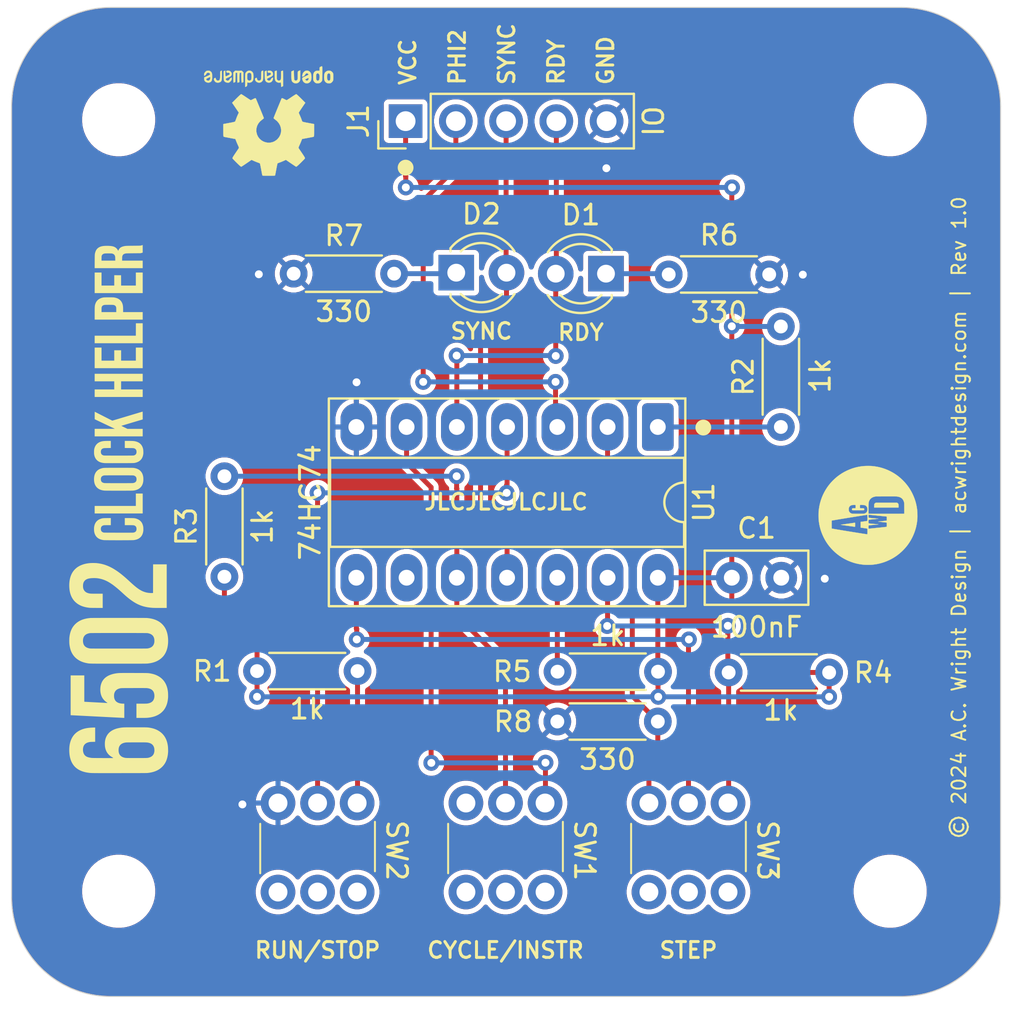
<source format=kicad_pcb>
(kicad_pcb (version 20241229) (generator "pcbnew") (generator_version "9.0")
  (title_block (title "6502 Clock Helper") (date "2025-11-16") (rev "1.0") (company "A.C. Wright Design"))
  (layers (0 "F.Cu" signal "Top") (2 "B.Cu" signal "Bottom") (13 "F.Paste" user) (15 "B.Paste" user) (5 "F.SilkS" user "F.Silkscreen") (7 "B.SilkS" user "B.Silkscreen") (1 "F.Mask" user) (3 "B.Mask" user) (25 "Edge.Cuts" user))
  (net 0 "")
  (net 1 "GND")
  (net 2 "VCC")
  (net 3 "RDY")
  (net 4 "Net-(D1-K)")
  (net 5 "SYNC")
  (net 6 "Net-(D2-K)")
  (net 7 "PHI2")
  (net 8 "Net-(SW2A-A)")
  (net 9 "Net-(U1A-~{R})")
  (net 10 "Net-(SW1A-B)")
  (net 11 "Net-(SW3A-A)")
  (net 12 "Net-(U1B-D)")
  (net 13 "Net-(SW3A-C)")
  (net 14 "Net-(SW1A-A)")
  (net 21 "Net-(SW2A-B)")
  (net 26 "Net-(SW3A-B)")
  (footprint "MountingHole:MountingHole_3.2mm_M3" (layer "F.Cu") (at 154.222 81.3)
    (property "Reference" "H2" (hide yes))
    (property "Value" "MountingHole" (hide yes))
    (pad "" np_thru_hole circle (at 0 0) (size 3.2 3.2) (drill 3.2) (layers "*.Cu" "*.Mask"))
  )
  (footprint "Resistor_THT:R_Axial_DIN0204_L3.6mm_D1.6mm_P5.08mm_Horizontal" (layer "F.Cu") (at 122.2161 109.1706)
    (property "Reference" "R1" (at -2.27 0.01 0) (layer "F.SilkS"))
    (property "Value" "1k" (at 2.54 1.92 0) (layer "F.SilkS"))
    (pad "1" thru_hole circle (at 0 0) (size 1.4 1.4) (drill 0.7) (layers "*.Cu" "*.Mask") (net 2 "VCC"))
    (pad "2" thru_hole circle (at 5.08 0) (size 1.4 1.4) (drill 0.7) (layers "*.Cu" "*.Mask") (net 8 "Net-(SW2A-A)"))
  )
  (footprint "6502 Parts:XKB5858" (layer "F.Cu") (at 134.7761 118.0906 -90)
    (property "Reference" "SW1" (at 0.15 -4 270) (layer "F.SilkS"))
    (property "Value" "CYCLE/INSTR" (at 5.19 0 0) (layer "F.SilkS") (effects (font (size 0.8 0.8))))
    (pad "1" thru_hole circle (at -2.25 -2 270) (size 1.75 1.75) (drill 0.9525) (layers "*.Cu" "*.Mask") (net 14 "Net-(SW1A-A)"))
    (pad "2" thru_hole circle (at -2.25 0 270) (size 1.75 1.75) (drill 0.9525) (layers "*.Cu" "*.Mask") (net 10 "Net-(SW1A-B)"))
    (pad "3" thru_hole circle (at -2.25 2 270) (size 1.75 1.75) (drill 0.9525) (layers "*.Cu" "*.Mask"))
    (pad "4" thru_hole circle (at 2.25 -2 270) (size 1.75 1.75) (drill 0.9525) (layers "*.Cu" "*.Mask"))
    (pad "5" thru_hole circle (at 2.25 0 270) (size 1.75 1.75) (drill 0.9525) (layers "*.Cu" "*.Mask"))
    (pad "6" thru_hole circle (at 2.25 2 270) (size 1.75 1.75) (drill 0.9525) (layers "*.Cu" "*.Mask"))
  )
  (footprint "6502 Parts:XKB5858" (layer "F.Cu") (at 144.0261 118.0906 -90)
    (property "Reference" "SW3" (at 0.15 -4 270) (layer "F.SilkS"))
    (property "Value" "STEP" (at 5.19 0 0) (layer "F.SilkS") (effects (font (size 0.8 0.8))))
    (pad "1" thru_hole circle (at -2.25 -2 270) (size 1.75 1.75) (drill 0.9525) (layers "*.Cu" "*.Mask") (net 11 "Net-(SW3A-A)"))
    (pad "2" thru_hole circle (at -2.25 0 270) (size 1.75 1.75) (drill 0.9525) (layers "*.Cu" "*.Mask") (net 26 "Net-(SW3A-B)"))
    (pad "3" thru_hole circle (at -2.25 2 270) (size 1.75 1.75) (drill 0.9525) (layers "*.Cu" "*.Mask") (net 13 "Net-(SW3A-C)"))
    (pad "4" thru_hole circle (at 2.25 -2 270) (size 1.75 1.75) (drill 0.9525) (layers "*.Cu" "*.Mask"))
    (pad "5" thru_hole circle (at 2.25 0 270) (size 1.75 1.75) (drill 0.9525) (layers "*.Cu" "*.Mask"))
    (pad "6" thru_hole circle (at 2.25 2 270) (size 1.75 1.75) (drill 0.9525) (layers "*.Cu" "*.Mask"))
  )
  (footprint "MountingHole:MountingHole_3.2mm_M3" (layer "F.Cu") (at 115.222 81.3)
    (property "Reference" "H1" (hide yes))
    (property "Value" "MountingHole" (hide yes))
    (pad "" np_thru_hole circle (at 0 0) (size 3.2 3.2) (drill 3.2) (layers "*.Cu" "*.Mask"))
  )
  (footprint "LED_THT:LED_D3.0mm" (layer "F.Cu") (at 132.2861 89.0306)
    (property "Reference" "D2" (at 1.27 -2.96 0) (layer "F.SilkS"))
    (property "Value" "SYNC" (at 1.27 2.96 0) (layer "F.SilkS") (effects (font (size 0.8 0.8))))
    (pad "1" thru_hole rect (at 0 0) (size 1.8 1.8) (drill 0.9) (layers "*.Cu" "*.Mask") (net 6 "Net-(D2-K)"))
    (pad "2" thru_hole circle (at 2.54 0) (size 1.8 1.8) (drill 0.9) (layers "*.Cu" "*.Mask") (net 5 "SYNC"))
  )
  (footprint "6502 Logos:6502 Clock Helper 5mm" (layer "F.Cu") (at 115.221918 93.092424 90)
    (property "Reference" "G***" (hide yes))
    (property "Value" "LOGO" (hide yes))
  )
  (footprint "6502 Parts:XKB5858" (layer "F.Cu") (at 125.2761 118.0906 -90)
    (property "Reference" "SW2" (at 0.15 -4 270) (layer "F.SilkS"))
    (property "Value" "RUN/STOP" (at 5.19 0 0) (layer "F.SilkS") (effects (font (size 0.8 0.8))))
    (pad "1" thru_hole circle (at -2.25 -2 270) (size 1.75 1.75) (drill 0.9525) (layers "*.Cu" "*.Mask") (net 8 "Net-(SW2A-A)"))
    (pad "2" thru_hole circle (at -2.25 0 270) (size 1.75 1.75) (drill 0.9525) (layers "*.Cu" "*.Mask") (net 21 "Net-(SW2A-B)"))
    (pad "3" thru_hole circle (at -2.25 2 270) (size 1.75 1.75) (drill 0.9525) (layers "*.Cu" "*.Mask") (net 1 "GND"))
    (pad "4" thru_hole circle (at 2.25 -2 270) (size 1.75 1.75) (drill 0.9525) (layers "*.Cu" "*.Mask"))
    (pad "5" thru_hole circle (at 2.25 0 270) (size 1.75 1.75) (drill 0.9525) (layers "*.Cu" "*.Mask"))
    (pad "6" thru_hole circle (at 2.25 2 270) (size 1.75 1.75) (drill 0.9525) (layers "*.Cu" "*.Mask"))
  )
  (footprint "Resistor_THT:R_Axial_DIN0204_L3.6mm_D1.6mm_P5.08mm_Horizontal" (layer "F.Cu") (at 142.4861 109.2006 180)
    (property "Reference" "R5" (at 7.37 0 0) (layer "F.SilkS"))
    (property "Value" "1k" (at 2.54 1.82 0) (layer "F.SilkS"))
    (pad "1" thru_hole circle (at 0 0 180) (size 1.4 1.4) (drill 0.7) (layers "*.Cu" "*.Mask") (net 2 "VCC"))
    (pad "2" thru_hole circle (at 5.08 0 180) (size 1.4 1.4) (drill 0.7) (layers "*.Cu" "*.Mask") (net 12 "Net-(U1B-D)"))
  )
  (footprint "Resistor_THT:R_Axial_DIN0204_L3.6mm_D1.6mm_P5.08mm_Horizontal" (layer "F.Cu") (at 148.6961 91.7506 -90)
    (property "Reference" "R2" (at 2.54 1.9 90) (layer "F.SilkS"))
    (property "Value" "1k" (at 2.48 -1.99 90) (layer "F.SilkS"))
    (pad "1" thru_hole circle (at 0 0 270) (size 1.4 1.4) (drill 0.7) (layers "*.Cu" "*.Mask") (net 2 "VCC"))
    (pad "2" thru_hole circle (at 5.08 0 270) (size 1.4 1.4) (drill 0.7) (layers "*.Cu" "*.Mask") (net 9 "Net-(U1A-~{R})"))
  )
  (footprint "Capacitor_THT:C_Disc_D5.0mm_W2.5mm_P2.50mm" (layer "F.Cu") (at 146.2161 104.4506)
    (property "Reference" "C1" (at 1.25 -2.5 0) (layer "F.SilkS"))
    (property "Value" "100nF" (at 1.25 2.5 0) (layer "F.SilkS"))
    (pad "1" thru_hole circle (at 0 0) (size 1.6 1.6) (drill 0.8) (layers "*.Cu" "*.Mask") (net 2 "VCC"))
    (pad "2" thru_hole circle (at 2.5 0) (size 1.6 1.6) (drill 0.8) (layers "*.Cu" "*.Mask") (net 1 "GND"))
  )
  (footprint "Package_DIP:DIP-14_W7.62mm_Socket_LongPads" (layer "F.Cu") (at 142.4761 96.8306 -90)
    (property "Reference" "U1" (at 3.81 -2.33 270) (layer "F.SilkS"))
    (property "Value" "74HC74" (at 3.81 17.57 270) (layer "F.SilkS"))
    (pad "1" thru_hole roundrect (at 0 0 270) (size 2.4 1.6) (drill 0.8) (layers "*.Cu" "*.Mask") (roundrect_rratio 0.15625) (net 9 "Net-(U1A-~{R})"))
    (pad "2" thru_hole oval (at 0 2.54 270) (size 2.4 1.6) (drill 0.8) (layers "*.Cu" "*.Mask") (net 13 "Net-(SW3A-C)"))
    (pad "3" thru_hole oval (at 0 5.08 270) (size 2.4 1.6) (drill 0.8) (layers "*.Cu" "*.Mask") (net 7 "PHI2"))
    (pad "4" thru_hole oval (at 0 7.62 270) (size 2.4 1.6) (drill 0.8) (layers "*.Cu" "*.Mask") (net 21 "Net-(SW2A-B)"))
    (pad "5" thru_hole oval (at 0 10.16 270) (size 2.4 1.6) (drill 0.8) (layers "*.Cu" "*.Mask") (net 3 "RDY"))
    (pad "6" thru_hole oval (at 0 12.7 270) (size 2.4 1.6) (drill 0.8) (layers "*.Cu" "*.Mask") (net 14 "Net-(SW1A-A)"))
    (pad "7" thru_hole oval (at 0 15.24 270) (size 2.4 1.6) (drill 0.8) (layers "*.Cu" "*.Mask") (net 1 "GND"))
    (pad "8" thru_hole oval (at 7.62 15.24 270) (size 2.4 1.6) (drill 0.8) (layers "*.Cu" "*.Mask") (net 26 "Net-(SW3A-B)"))
    (pad "9" thru_hole oval (at 7.62 12.7 270) (size 2.4 1.6) (drill 0.8) (layers "*.Cu" "*.Mask"))
    (pad "10" thru_hole oval (at 7.62 10.16 270) (size 2.4 1.6) (drill 0.8) (layers "*.Cu" "*.Mask") (net 10 "Net-(SW1A-B)"))
    (pad "11" thru_hole oval (at 7.62 7.62 270) (size 2.4 1.6) (drill 0.8) (layers "*.Cu" "*.Mask") (net 5 "SYNC"))
    (pad "12" thru_hole oval (at 7.62 5.08 270) (size 2.4 1.6) (drill 0.8) (layers "*.Cu" "*.Mask") (net 12 "Net-(U1B-D)"))
    (pad "13" thru_hole oval (at 7.62 2.54 270) (size 2.4 1.6) (drill 0.8) (layers "*.Cu" "*.Mask") (net 11 "Net-(SW3A-A)"))
    (pad "14" thru_hole oval (at 7.62 0 270) (size 2.4 1.6) (drill 0.8) (layers "*.Cu" "*.Mask") (net 2 "VCC"))
  )
  (footprint "Symbol:OSHW-Logo2_7.3x6mm_SilkScreen" (layer "F.Cu") (at 122.8061 81.3706 180)
    (property "Reference" "REF**" (hide yes))
    (property "Value" "OSHW-Logo2_7.3x6mm_SilkScreen" (hide yes))
  )
  (footprint "Resistor_THT:R_Axial_DIN0204_L3.6mm_D1.6mm_P5.08mm_Horizontal" (layer "F.Cu") (at 137.3961 111.7206)
    (property "Reference" "R8" (at -2.24 0.01 0) (layer "F.SilkS"))
    (property "Value" "330" (at 2.54 1.92 0) (layer "F.SilkS"))
    (pad "1" thru_hole circle (at 0 0) (size 1.4 1.4) (drill 0.7) (layers "*.Cu" "*.Mask") (net 1 "GND"))
    (pad "2" thru_hole circle (at 5.08 0) (size 1.4 1.4) (drill 0.7) (layers "*.Cu" "*.Mask") (net 13 "Net-(SW3A-C)"))
  )
  (footprint "MountingHole:MountingHole_3.2mm_M3" (layer "F.Cu") (at 154.222 120.3)
    (property "Reference" "H4" (hide yes))
    (property "Value" "MountingHole" (hide yes))
    (pad "" np_thru_hole circle (at 0 0) (size 3.2 3.2) (drill 3.2) (layers "*.Cu" "*.Mask"))
  )
  (footprint "Resistor_THT:R_Axial_DIN0204_L3.6mm_D1.6mm_P5.08mm_Horizontal" (layer "F.Cu") (at 120.5661 104.4006 90)
    (property "Reference" "R3" (at 2.54 -1.92 90) (layer "F.SilkS"))
    (property "Value" "1k" (at 2.54 1.92 90) (layer "F.SilkS"))
    (pad "1" thru_hole circle (at 0 0 90) (size 1.4 1.4) (drill 0.7) (layers "*.Cu" "*.Mask") (net 2 "VCC"))
    (pad "2" thru_hole circle (at 5.08 0 90) (size 1.4 1.4) (drill 0.7) (layers "*.Cu" "*.Mask") (net 10 "Net-(SW1A-B)"))
  )
  (footprint "Connector_PinHeader_2.54mm:PinHeader_1x05_P2.54mm_Vertical" (layer "F.Cu") (at 129.7261 81.3706 90)
    (property "Reference" "J1" (at 0 -2.38 90) (layer "F.SilkS"))
    (property "Value" "IO" (at 0 12.54 90) (layer "F.SilkS"))
    (pad "1" thru_hole rect (at 0 0 90) (size 1.7 1.7) (drill 1) (layers "*.Cu" "*.Mask") (net 2 "VCC"))
    (pad "2" thru_hole circle (at 0 2.54 90) (size 1.7 1.7) (drill 1) (layers "*.Cu" "*.Mask") (net 7 "PHI2"))
    (pad "3" thru_hole circle (at 0 5.08 90) (size 1.7 1.7) (drill 1) (layers "*.Cu" "*.Mask") (net 5 "SYNC"))
    (pad "4" thru_hole circle (at 0 7.62 90) (size 1.7 1.7) (drill 1) (layers "*.Cu" "*.Mask") (net 3 "RDY"))
    (pad "5" thru_hole circle (at 0 10.16 90) (size 1.7 1.7) (drill 1) (layers "*.Cu" "*.Mask") (net 1 "GND"))
  )
  (footprint "A.C. Wright Logo:A.C. Wright Logo 5mm" (layer "F.Cu") (at 153.1 101.3 90)
    (property "Reference" "G***" (hide yes))
    (property "Value" "LOGO" (hide yes))
  )
  (footprint "MountingHole:MountingHole_3.2mm_M3" (layer "F.Cu") (at 115.222 120.3)
    (property "Reference" "H3" (hide yes))
    (property "Value" "MountingHole" (hide yes))
    (pad "" np_thru_hole circle (at 0 0) (size 3.2 3.2) (drill 3.2) (layers "*.Cu" "*.Mask"))
  )
  (footprint "Resistor_THT:R_Axial_DIN0204_L3.6mm_D1.6mm_P5.08mm_Horizontal" (layer "F.Cu") (at 124.0661 89.0806)
    (property "Reference" "R7" (at 2.54 -1.92 0) (layer "F.SilkS"))
    (property "Value" "330" (at 2.54 1.92 0) (layer "F.SilkS"))
    (pad "1" thru_hole circle (at 0 0) (size 1.4 1.4) (drill 0.7) (layers "*.Cu" "*.Mask") (net 1 "GND"))
    (pad "2" thru_hole circle (at 5.08 0) (size 1.4 1.4) (drill 0.7) (layers "*.Cu" "*.Mask") (net 6 "Net-(D2-K)"))
  )
  (footprint "Resistor_THT:R_Axial_DIN0204_L3.6mm_D1.6mm_P5.08mm_Horizontal" (layer "F.Cu") (at 148.1061 89.1206 180)
    (property "Reference" "R6" (at 2.53 1.99 0) (layer "F.SilkS"))
    (property "Value" "330" (at 2.54 -1.92 0) (layer "F.SilkS"))
    (pad "1" thru_hole circle (at 0 0 180) (size 1.4 1.4) (drill 0.7) (layers "*.Cu" "*.Mask") (net 1 "GND"))
    (pad "2" thru_hole circle (at 5.08 0 180) (size 1.4 1.4) (drill 0.7) (layers "*.Cu" "*.Mask") (net 4 "Net-(D1-K)"))
  )
  (footprint "LED_THT:LED_D3.0mm" (layer "F.Cu") (at 139.8561 89.0806 180)
    (property "Reference" "D1" (at 1.27 2.97 0) (layer "F.SilkS"))
    (property "Value" "RDY" (at 1.27 -2.97 0) (layer "F.SilkS") (effects (font (size 0.8 0.8))))
    (pad "1" thru_hole rect (at 0 0 180) (size 1.8 1.8) (drill 0.9) (layers "*.Cu" "*.Mask") (net 4 "Net-(D1-K)"))
    (pad "2" thru_hole circle (at 2.54 0 180) (size 1.8 1.8) (drill 0.9) (layers "*.Cu" "*.Mask") (net 3 "RDY"))
  )
  (footprint "Resistor_THT:R_Axial_DIN0204_L3.6mm_D1.6mm_P5.08mm_Horizontal" (layer "F.Cu") (at 151.1361 109.2406 180)
    (property "Reference" "R4" (at -2.22 -0.01 0) (layer "F.SilkS"))
    (property "Value" "1k" (at 2.44 -1.91 0) (layer "F.SilkS"))
    (pad "1" thru_hole circle (at 0 0 180) (size 1.4 1.4) (drill 0.7) (layers "*.Cu" "*.Mask") (net 2 "VCC"))
    (pad "2" thru_hole circle (at 5.08 0 180) (size 1.4 1.4) (drill 0.7) (layers "*.Cu" "*.Mask") (net 11 "Net-(SW3A-A)"))
  )
  (gr_circle (center 129.7261 83.7206) (end 129.9261 83.7206) (stroke (width 0.4)) (fill no) (layer "F.SilkS"))
  (gr_circle (center 144.7761 96.8606) (end 144.9761 96.8606) (stroke (width 0.4)) (fill no) (layer "F.SilkS"))
  (gr_arc (start 114.8061 125.6206) (mid 111.270566 124.156134) (end 109.8061 120.6206) (stroke (width 0.05)) (layer "Edge.Cuts"))
  (gr_line (start 159.8061 120.6206) (end 159.8061 80.6206) (stroke (width 0.05)) (layer "Edge.Cuts"))
  (gr_line (start 114.8061 125.6206) (end 154.8061 125.6206) (stroke (width 0.05)) (layer "Edge.Cuts"))
  (gr_line (start 109.8061 80.6206) (end 109.8061 120.6206) (stroke (width 0.05)) (layer "Edge.Cuts"))
  (gr_arc (start 109.8061 80.6206) (mid 111.270566 77.085066) (end 114.8061 75.6206) (stroke (width 0.05)) (layer "Edge.Cuts"))
  (gr_line (start 154.8061 75.6206) (end 114.8061 75.6206) (stroke (width 0.05)) (layer "Edge.Cuts"))
  (gr_arc (start 154.8061 75.6206) (mid 158.341634 77.085066) (end 159.8061 80.6206) (stroke (width 0.05)) (layer "Edge.Cuts"))
  (gr_arc (start 159.8061 120.6206) (mid 158.341634 124.156134) (end 154.8061 125.6206) (stroke (width 0.05)) (layer "Edge.Cuts"))
  (gr_text "SYNC" (at 135.3061 79.6206 90) (layer "F.SilkS") (effects (font (size 0.8 0.8) (thickness 0.15) (bold yes)) (justify left bottom)))
  (gr_text "VCC" (at 130.3061 79.6206 90) (layer "F.SilkS") (effects (font (size 0.8 0.8) (thickness 0.15) (bold yes)) (justify left bottom)))
  (gr_text "JLCJLCJLCJLC" (at 134.8061 100.6206 0) (layer "F.SilkS") (effects (font (size 0.8 0.8))))
  (gr_text "© 2024 A.C. Wright Design | acwrightdesign.com | Rev 1.0" (at 157.7 101.41 90) (layer "F.SilkS") (effects (font (size 0.7 0.7) (thickness 0.1))))
  (gr_text "RDY" (at 137.8061 79.6206 90) (layer "F.SilkS") (effects (font (size 0.8 0.8) (thickness 0.15) (bold yes)) (justify left bottom)))
  (gr_text "PHI2" (at 132.8061 79.6206 90) (layer "F.SilkS") (effects (font (size 0.8 0.8) (thickness 0.15) (bold yes)) (justify left bottom)))
  (gr_text "GND" (at 140.3061 79.6206 90) (layer "F.SilkS") (effects (font (size 0.8 0.8) (thickness 0.15) (bold yes)) (justify left bottom)))
  (via (at 121.4761 115.9106) (size 0.8) (drill 0.4) (layers "F.Cu" "B.Cu") (net 1))
  (via (at 127.2461 94.5706) (size 0.8) (drill 0.4) (layers "F.Cu" "B.Cu") (net 1))
  (via (at 139.8761 83.7506) (size 0.8) (drill 0.4) (layers "F.Cu" "B.Cu") (net 1))
  (via (at 149.8061 89.1306) (size 0.8) (drill 0.4) (layers "F.Cu" "B.Cu") (net 1))
  (via (at 122.3061 89.1106) (size 0.8) (drill 0.4) (layers "F.Cu" "B.Cu") (net 1))
  (via (at 150.9161 104.5006) (size 0.8) (drill 0.4) (layers "F.Cu" "B.Cu") (net 1))
  (segment (start 129.7361 84.7206) (end 129.7361 84.1606) (width 0.25) (layer "F.Cu") (net 2))
  (segment (start 142.4761 104.4506) (end 142.4761 109.1906) (width 0.25) (layer "F.Cu") (net 2))
  (segment (start 122.2161 109.1706) (end 122.2161 110.4706) (width 0.25) (layer "F.Cu") (net 2))
  (segment (start 149.5961 109.2406) (end 151.1361 109.2406) (width 0.25) (layer "F.Cu") (net 2))
  (segment (start 149.5861 109.2506) (end 149.5961 109.2406) (width 0.25) (layer "F.Cu") (net 2))
  (segment (start 146.2161 104.4506) (end 146.2161 91.7406) (width 0.25) (layer "F.Cu") (net 2))
  (segment (start 129.7261 84.1506) (end 129.7261 81.3706) (width 0.25) (layer "F.Cu") (net 2))
  (segment (start 146.2161 91.7406) (end 146.2161 84.7306) (width 0.25) (layer "F.Cu") (net 2))
  (segment (start 146.2161 104.4506) (end 146.2161 105.8806) (width 0.25) (layer "F.Cu") (net 2))
  (segment (start 142.4861 110.4606) (end 142.4961 110.4706) (width 0.25) (layer "F.Cu") (net 2))
  (segment (start 122.2161 107.2906) (end 122.2161 109.1706) (width 0.25) (layer "F.Cu") (net 2))
  (segment (start 151.1361 110.4706) (end 151.1361 109.2406) (width 0.25) (layer "F.Cu") (net 2))
  (segment (start 120.5661 104.4006) (end 120.5661 105.6406) (width 0.25) (layer "F.Cu") (net 2))
  (segment (start 142.4761 109.1906) (end 142.4861 109.2006) (width 0.25) (layer "F.Cu") (net 2))
  (segment (start 142.4861 109.2006) (end 142.4861 110.4606) (width 0.25) (layer "F.Cu") (net 2))
  (segment (start 146.2161 105.8806) (end 149.5861 109.2506) (width 0.25) (layer "F.Cu") (net 2))
  (segment (start 129.7361 84.1606) (end 129.7261 84.1506) (width 0.25) (layer "F.Cu") (net 2))
  (segment (start 146.2161 84.7306) (end 146.2261 84.7206) (width 0.25) (layer "F.Cu") (net 2))
  (segment (start 120.5661 105.6406) (end 122.2161 107.2906) (width 0.25) (layer "F.Cu") (net 2))
  (via (at 146.2261 84.7206) (size 0.8) (drill 0.4) (layers "F.Cu" "B.Cu") (net 2))
  (via (at 142.4961 110.4706) (size 0.8) (drill 0.4) (layers "F.Cu" "B.Cu") (net 2))
  (via (at 146.2161 91.7406) (size 0.8) (drill 0.4) (layers "F.Cu" "B.Cu") (net 2))
  (via (at 122.2161 110.4706) (size 0.8) (drill 0.4) (layers "F.Cu" "B.Cu") (net 2))
  (via (at 151.1361 110.4706) (size 0.8) (drill 0.4) (layers "F.Cu" "B.Cu") (net 2))
  (via (at 129.7361 84.7206) (size 0.8) (drill 0.4) (layers "F.Cu" "B.Cu") (net 2))
  (segment (start 146.2261 91.7506) (end 146.2161 91.7406) (width 0.25) (layer "B.Cu") (net 2))
  (segment (start 148.6961 91.7506) (end 146.2261 91.7506) (width 0.25) (layer "B.Cu") (net 2))
  (segment (start 142.4761 104.4506) (end 146.2161 104.4506) (width 0.25) (layer "B.Cu") (net 2))
  (segment (start 142.4961 110.4706) (end 151.1361 110.4706) (width 0.25) (layer "B.Cu") (net 2))
  (segment (start 146.2261 84.7206) (end 129.7361 84.7206) (width 0.25) (layer "B.Cu") (net 2))
  (segment (start 122.2161 110.4706) (end 142.4961 110.4706) (width 0.25) (layer "B.Cu") (net 2))
  (segment (start 137.3461 89.0506) (end 137.3161 89.0806) (width 0.25) (layer "F.Cu") (net 3))
  (segment (start 132.3161 93.2306) (end 132.3061 93.2206) (width 0.25) (layer "F.Cu") (net 3))
  (segment (start 132.3161 96.8306) (end 132.3161 93.2306) (width 0.25) (layer "F.Cu") (net 3))
  (segment (start 137.3161 93.2406) (end 137.3161 89.0806) (width 0.25) (layer "F.Cu") (net 3))
  (segment (start 137.3461 81.3706) (end 137.3461 89.0506) (width 0.25) (layer "F.Cu") (net 3))
  (via (at 132.3061 93.2206) (size 0.8) (drill 0.4) (layers "F.Cu" "B.Cu") (net 3))
  (via (at 137.3161 93.2406) (size 0.8) (drill 0.4) (layers "F.Cu" "B.Cu") (net 3))
  (segment (start 132.3061 93.2206) (end 137.2961 93.2206) (width 0.25) (layer "B.Cu") (net 3))
  (segment (start 137.2961 93.2206) (end 137.3161 93.2406) (width 0.25) (layer "B.Cu") (net 3))
  (segment (start 139.8561 89.0806) (end 142.9861 89.0806) (width 0.25) (layer "B.Cu") (net 4))
  (segment (start 142.9861 89.0806) (end 143.0261 89.1206) (width 0.25) (layer "B.Cu") (net 4))
  (segment (start 134.8061 89.0106) (end 134.8261 89.0306) (width 0.25) (layer "F.Cu") (net 5))
  (segment (start 134.8561 102.2206) (end 134.8561 104.4506) (width 0.25) (layer "F.Cu") (net 5))
  (segment (start 133.5161 91.8906) (end 133.5161 100.8806) (width 0.25) (layer "F.Cu") (net 5))
  (segment (start 134.8261 89.0306) (end 134.8261 90.5806) (width 0.25) (layer "F.Cu") (net 5))
  (segment (start 134.8061 81.3706) (end 134.8061 89.0106) (width 0.25) (layer "F.Cu") (net 5))
  (segment (start 133.5161 100.8806) (end 134.8561 102.2206) (width 0.25) (layer "F.Cu") (net 5))
  (segment (start 134.8261 90.5806) (end 133.5161 91.8906) (width 0.25) (layer "F.Cu") (net 5))
  (segment (start 132.2361 89.0806) (end 132.2861 89.0306) (width 0.25) (layer "B.Cu") (net 6))
  (segment (start 129.1461 89.0806) (end 132.2361 89.0806) (width 0.25) (layer "B.Cu") (net 6))
  (segment (start 132.2761 83.7306) (end 130.6161 85.3906) (width 0.25) (layer "F.Cu") (net 7))
  (segment (start 132.2661 81.3706) (end 132.2661 83.7206) (width 0.25) (layer "F.Cu") (net 7))
  (segment (start 132.2661 83.7206) (end 132.2761 83.7306) (width 0.25) (layer "F.Cu") (net 7))
  (segment (start 137.3061 94.5506) (end 137.3061 96.7406) (width 0.25) (layer "F.Cu") (net 7))
  (segment (start 137.3061 96.7406) (end 137.3961 96.8306) (width 0.25) (layer "F.Cu") (net 7))
  (segment (start 130.6161 88.4106) (end 130.6161 94.5506) (width 0.25) (layer "F.Cu") (net 7))
  (segment (start 130.6161 85.3906) (end 130.6161 88.4106) (width 0.25) (layer "F.Cu") (net 7))
  (via (at 137.3061 94.5506) (size 0.8) (drill 0.4) (layers "F.Cu" "B.Cu") (net 7))
  (via (at 130.6161 94.5506) (size 0.8) (drill 0.4) (layers "F.Cu" "B.Cu") (net 7))
  (segment (start 130.6161 94.5506) (end 137.3061 94.5506) (width 0.25) (layer "B.Cu") (net 7))
  (segment (start 127.2961 109.1706) (end 127.2961 115.8206) (width 0.25) (layer "F.Cu") (net 8))
  (segment (start 127.2961 115.8206) (end 127.2761 115.8406) (width 0.25) (layer "F.Cu") (net 8))
  (segment (start 142.4761 96.8306) (end 148.6961 96.8306) (width 0.25) (layer "B.Cu") (net 9))
  (segment (start 134.7761 108.8206) (end 134.7761 115.8406) (width 0.25) (layer "F.Cu") (net 10))
  (segment (start 132.3161 104.4506) (end 132.3161 106.3606) (width 0.25) (layer "F.Cu") (net 10))
  (segment (start 132.3061 99.9406) (end 132.3161 99.9506) (width 0.25) (layer "F.Cu") (net 10))
  (segment (start 132.3161 106.3606) (end 134.7761 108.8206) (width 0.25) (layer "F.Cu") (net 10))
  (segment (start 132.3061 99.3206) (end 132.3061 99.9406) (width 0.25) (layer "F.Cu") (net 10))
  (segment (start 132.3161 99.9506) (end 132.3161 104.4506) (width 0.25) (layer "F.Cu") (net 10))
  (via (at 132.3061 99.3206) (size 0.8) (drill 0.4) (layers "F.Cu" "B.Cu") (net 10))
  (segment (start 120.5661 99.3206) (end 132.3061 99.3206) (width 0.25) (layer "B.Cu") (net 10))
  (segment (start 139.9361 104.4506) (end 139.9361 106.8706) (width 0.25) (layer "F.Cu") (net 11))
  (segment (start 146.0161 106.8806) (end 146.0161 109.2006) (width 0.25) (layer "F.Cu") (net 11))
  (segment (start 146.0161 109.2006) (end 146.0561 109.2406) (width 0.25) (layer "F.Cu") (net 11))
  (segment (start 139.9361 106.8706) (end 139.9161 106.8906) (width 0.25) (layer "F.Cu") (net 11))
  (segment (start 146.0561 109.2406) (end 146.0561 115.8106) (width 0.25) (layer "F.Cu") (net 11))
  (segment (start 146.0561 115.8106) (end 146.0261 115.8406) (width 0.25) (layer "F.Cu") (net 11))
  (via (at 139.9161 106.8906) (size 0.8) (drill 0.4) (layers "F.Cu" "B.Cu") (net 11))
  (via (at 146.0161 106.8806) (size 0.8) (drill 0.4) (layers "F.Cu" "B.Cu") (net 11))
  (segment (start 146.0061 106.8906) (end 146.0161 106.8806) (width 0.25) (layer "B.Cu") (net 11))
  (segment (start 139.9161 106.8906) (end 146.0061 106.8906) (width 0.25) (layer "B.Cu") (net 11))
  (segment (start 137.3961 104.4506) (end 137.3961 109.1906) (width 0.25) (layer "F.Cu") (net 12))
  (segment (start 137.3961 109.1906) (end 137.4061 109.2006) (width 0.25) (layer "F.Cu") (net 12))
  (segment (start 141.1861 99.9106) (end 141.1861 110.4306) (width 0.25) (layer "F.Cu") (net 13))
  (segment (start 139.9361 96.8306) (end 139.9361 98.6606) (width 0.25) (layer "F.Cu") (net 13))
  (segment (start 142.4761 111.7206) (end 142.4761 112.8506) (width 0.25) (layer "F.Cu") (net 13))
  (segment (start 142.0261 113.3006) (end 142.0261 115.8406) (width 0.25) (layer "F.Cu") (net 13))
  (segment (start 139.9361 98.6606) (end 141.1861 99.9106) (width 0.25) (layer "F.Cu") (net 13))
  (segment (start 142.4761 112.8506) (end 142.0261 113.3006) (width 0.25) (layer "F.Cu") (net 13))
  (segment (start 141.1861 110.4306) (end 142.4761 111.7206) (width 0.25) (layer "F.Cu") (net 13))
  (segment (start 131.0161 99.8806) (end 131.0161 113.8006) (width 0.25) (layer "F.Cu") (net 14))
  (segment (start 129.7761 96.8306) (end 129.7761 98.6406) (width 0.25) (layer "F.Cu") (net 14))
  (segment (start 136.7961 113.8006) (end 136.7961 115.8206) (width 0.25) (layer "F.Cu") (net 14))
  (segment (start 131.0161 113.8006) (end 131.0261 113.8106) (width 0.25) (layer "F.Cu") (net 14))
  (segment (start 136.7961 115.8206) (end 136.7761 115.8406) (width 0.25) (layer "F.Cu") (net 14))
  (segment (start 129.7761 98.6406) (end 131.0161 99.8806) (width 0.25) (layer "F.Cu") (net 14))
  (via (at 136.7961 113.8006) (size 0.8) (drill 0.4) (layers "F.Cu" "B.Cu") (net 14))
  (via (at 131.0261 113.8106) (size 0.8) (drill 0.4) (layers "F.Cu" "B.Cu") (net 14))
  (segment (start 131.0261 113.8106) (end 136.7861 113.8106) (width 0.25) (layer "B.Cu") (net 14))
  (segment (start 136.7861 113.8106) (end 136.7961 113.8006) (width 0.25) (layer "B.Cu") (net 14))
  (segment (start 125.2761 115.8406) (end 125.2761 100.1606) (width 0.25) (layer "F.Cu") (net 21))
  (segment (start 134.8361 100.1606) (end 134.8361 99.7606) (width 0.25) (layer "F.Cu") (net 21))
  (segment (start 134.8561 99.7406) (end 134.8561 96.8306) (width 0.25) (layer "F.Cu") (net 21))
  (segment (start 134.8361 99.7606) (end 134.8561 99.7406) (width 0.25) (layer "F.Cu") (net 21))
  (via (at 125.2761 100.1606) (size 0.8) (drill 0.4) (layers "F.Cu" "B.Cu") (net 21))
  (via (at 134.8361 100.1606) (size 0.8) (drill 0.4) (layers "F.Cu" "B.Cu") (net 21))
  (segment (start 125.2761 100.1606) (end 134.8361 100.1606) (width 0.25) (layer "B.Cu") (net 21))
  (segment (start 127.2561 107.0406) (end 127.2361 107.0206) (width 0.25) (layer "F.Cu") (net 26))
  (segment (start 144.0261 107.5906) (end 144.0461 107.5706) (width 0.25) (layer "F.Cu") (net 26))
  (segment (start 127.2561 107.5706) (end 127.2561 107.0406) (width 0.25) (layer "F.Cu") (net 26))
  (segment (start 144.0261 115.8406) (end 144.0261 107.5906) (width 0.25) (layer "F.Cu") (net 26))
  (segment (start 127.2361 107.0206) (end 127.2361 104.4506) (width 0.25) (layer "F.Cu") (net 26))
  (via (at 127.2561 107.5706) (size 0.8) (drill 0.4) (layers "F.Cu" "B.Cu") (net 26))
  (via (at 144.0461 107.5706) (size 0.8) (drill 0.4) (layers "F.Cu" "B.Cu") (net 26))
  (segment (start 144.0461 107.5706) (end 127.2561 107.5706) (width 0.25) (layer "B.Cu") (net 26))
  (zone (net 1) (net_name "GND") (layer "F.Cu") (connect_pads (clearance 0.254)) (min_thickness 0.254) (fill yes (thermal_gap 0.254) (thermal_bridge_width 0.254))
    (polygon (pts (xy 161.01 126.3) (xy 109.222 126.3) (xy 109.222 75.246) (xy 161.01 75.246)))
  )
  (zone (net 1) (net_name "GND") (layer "B.Cu") (connect_pads (clearance 0.254)) (min_thickness 0.254) (fill yes (thermal_gap 0.254) (thermal_bridge_width 0.254))
    (polygon (pts (xy 161.01 126.3) (xy 109.222 126.3) (xy 109.222 75.246) (xy 161.01 75.246)))
  )
)
</source>
